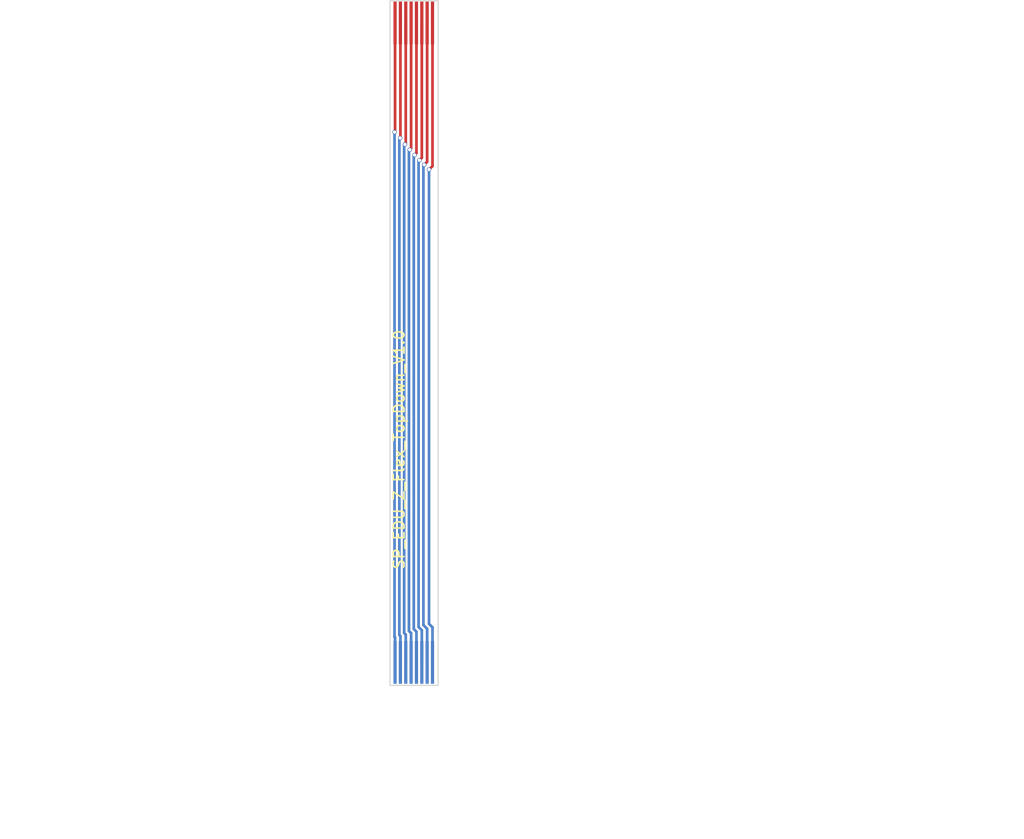
<source format=kicad_pcb>
(kicad_pcb (version 20240108) (generator "pcbnew") (generator_version "8.0")
  (layers (0 "F.Cu" signal) (31 "B.Cu" signal) (34 "B.Paste" user) (35 "F.Paste" user) (36 "B.SilkS" user "B.Silkscreen") (37 "F.SilkS" user "F.Silkscreen") (38 "B.Mask" user) (39 "F.Mask" user) (44 "Edge.Cuts" user))
  (net 0 "")
  (net 1 "8")
  (net 2 "7")
  (net 3 "6")
  (net 4 "5")
  (net 5 "4")
  (net 6 "3")
  (net 7 "2")
  (net 8 "1")
  (footprint "STS_connector:flexpcb con." (layer "F.Cu") (at 123.05 48.75)
    (property "Reference" "J1" (hide yes))
    (property "Value" "Conn_01x08_Male")
    (pad "1" smd rect (at 0.5 -2) (size 0.3 4) (layers "F.Cu" "F.Paste" "F.Mask") (net 1 "8"))
    (pad "2" smd rect (at 1 -2) (size 0.3 4) (layers "F.Cu" "F.Paste" "F.Mask") (net 2 "7"))
    (pad "3" smd rect (at 1.5 -2) (size 0.3 4) (layers "F.Cu" "F.Paste" "F.Mask") (net 3 "6"))
    (pad "4" smd rect (at 2 -2) (size 0.3 4) (layers "F.Cu" "F.Paste" "F.Mask") (net 4 "5"))
    (pad "5" smd rect (at 2.5 -2) (size 0.3 4) (layers "F.Cu" "F.Paste" "F.Mask") (net 5 "4"))
    (pad "6" smd rect (at 3 -2) (size 0.3 4) (layers "F.Cu" "F.Paste" "F.Mask") (net 6 "3"))
    (pad "7" smd rect (at 3.5 -2) (size 0.3 4) (layers "F.Cu" "F.Paste" "F.Mask") (net 7 "2"))
    (pad "8" smd rect (at 4 -2) (size 0.3 4) (layers "F.Cu" "F.Paste" "F.Mask") (net 8 "1"))
  )
  (footprint "STS_connector:flexpcb con." (layer "B.Cu") (at 127.55 108.525 180)
    (property "Reference" "J2" (hide yes))
    (property "Value" "Conn_01x08_Male")
    (pad "1" smd rect (at 0.5 2 180) (size 0.3 4) (layers "B.Cu" "B.Paste" "B.Mask") (net 8 "1"))
    (pad "2" smd rect (at 1 2 180) (size 0.3 4) (layers "B.Cu" "B.Paste" "B.Mask") (net 7 "2"))
    (pad "3" smd rect (at 1.5 2 180) (size 0.3 4) (layers "B.Cu" "B.Paste" "B.Mask") (net 6 "3"))
    (pad "4" smd rect (at 2 2 180) (size 0.3 4) (layers "B.Cu" "B.Paste" "B.Mask") (net 5 "4"))
    (pad "5" smd rect (at 2.5 2 180) (size 0.3 4) (layers "B.Cu" "B.Paste" "B.Mask") (net 4 "5"))
    (pad "6" smd rect (at 3 2 180) (size 0.3 4) (layers "B.Cu" "B.Paste" "B.Mask") (net 3 "6"))
    (pad "7" smd rect (at 3.5 2 180) (size 0.3 4) (layers "B.Cu" "B.Paste" "B.Mask") (net 2 "7"))
    (pad "8" smd rect (at 4 2 180) (size 0.3 4) (layers "B.Cu" "B.Paste" "B.Mask") (net 1 "8"))
  )
  (gr_line (start 123.079 108.6734) (end 127.579 108.6734) (stroke (width 0.1)) (layer "Edge.Cuts"))
  (gr_line (start 123.079 44.6734) (end 123.079 108.6734) (stroke (width 0.1)) (layer "Edge.Cuts"))
  (gr_line (start 123.079 44.6734) (end 127.579 44.6734) (stroke (width 0.1)) (layer "Edge.Cuts"))
  (gr_line (start 127.579 44.6734) (end 127.579 108.6734) (stroke (width 0.1)) (layer "Edge.Cuts"))
  (gr_text "SP_EDU_Z_Flex_TopDown_V1.0" (at 124.5108 97.917 90) (layer "F.SilkS") (effects (font (size 1 1)) (justify left bottom)))
  (segment (start 123.55 46.75) (end 123.55 56.9) (width 0.25) (layer "F.Cu") (net 1))
  (segment (start 123.55 56.9) (end 123.5 56.95) (width 0.25) (layer "F.Cu") (net 1))
  (via (at 123.5 56.95) (size 0.4) (drill 0.3) (layers "F.Cu" "B.Cu") (net 1))
  (segment (start 123.5 56.95) (end 123.5 104.15) (width 0.25) (layer "B.Cu") (net 1))
  (segment (start 123.5 104.15) (end 123.55 104.2) (width 0.25) (layer "B.Cu") (net 1))
  (segment (start 123.55 104.2) (end 123.55 106.525) (width 0.25) (layer "B.Cu") (net 1))
  (segment (start 124.05 46.75) (end 124.05 57.479329) (width 0.25) (layer "F.Cu") (net 2))
  (segment (start 124.05 57.479329) (end 124.025 57.504329) (width 0.25) (layer "F.Cu") (net 2))
  (via (at 124.025 57.504329) (size 0.4) (drill 0.3) (layers "F.Cu" "B.Cu") (net 2))
  (segment (start 124.025 57.504329) (end 123.995671 57.504329) (width 0.25) (layer "B.Cu") (net 2))
  (segment (start 124.05 104.063604) (end 124.05 106.525) (width 0.25) (layer "B.Cu") (net 2))
  (segment (start 123.95 57.55) (end 123.95 103.963604) (width 0.25) (layer "B.Cu") (net 2))
  (segment (start 123.995671 57.504329) (end 123.95 57.55) (width 0.25) (layer "B.Cu") (net 2))
  (segment (start 123.95 103.963604) (end 124.05 104.063604) (width 0.25) (layer "B.Cu") (net 2))
  (segment (start 124.55 58.027769) (end 124.475 58.102769) (width 0.25) (layer "F.Cu") (net 3))
  (segment (start 124.55 46.75) (end 124.55 58.027769) (width 0.25) (layer "F.Cu") (net 3))
  (via (at 124.475 58.102769) (size 0.4) (drill 0.3) (layers "F.Cu" "B.Cu") (net 3))
  (segment (start 124.475 58.102769) (end 124.4 58.177769) (width 0.25) (layer "B.Cu") (net 3))
  (segment (start 124.4 58.177769) (end 124.4 103.777208) (width 0.25) (layer "B.Cu") (net 3))
  (segment (start 124.4 103.777208) (end 124.55 103.927208) (width 0.25) (layer "B.Cu") (net 3))
  (segment (start 124.55 103.927208) (end 124.55 106.525) (width 0.25) (layer "B.Cu") (net 3))
  (segment (start 125.05 58.4675) (end 124.925 58.5925) (width 0.25) (layer "F.Cu") (net 4))
  (segment (start 125.05 46.75) (end 125.05 58.4675) (width 0.25) (layer "F.Cu") (net 4))
  (via (at 124.925 58.5925) (size 0.4) (drill 0.3) (layers "F.Cu" "B.Cu") (net 4))
  (segment (start 124.925 58.5925) (end 124.9075 58.5925) (width 0.25) (layer "B.Cu") (net 4))
  (segment (start 125.05 103.790812) (end 125.05 106.525) (width 0.25) (layer "B.Cu") (net 4))
  (segment (start 124.9075 58.5925) (end 124.85 58.65) (width 0.25) (layer "B.Cu") (net 4))
  (segment (start 124.85 58.65) (end 124.85 103.590812) (width 0.25) (layer "B.Cu") (net 4))
  (segment (start 124.85 103.590812) (end 125.05 103.790812) (width 0.25) (layer "B.Cu") (net 4))
  (segment (start 125.55 58.911131) (end 125.375 59.086131) (width 0.25) (layer "F.Cu") (net 5))
  (segment (start 125.55 46.75) (end 125.55 58.911131) (width 0.25) (layer "F.Cu") (net 5))
  (via (at 125.375 59.086131) (size 0.4) (drill 0.3) (layers "F.Cu" "B.Cu") (net 5))
  (segment (start 125.3 103.404416) (end 125.55 103.654416) (width 0.25) (layer "B.Cu") (net 5))
  (segment (start 125.375 59.086131) (end 125.3 59.161131) (width 0.25) (layer "B.Cu") (net 5))
  (segment (start 125.55 103.654416) (end 125.55 106.525) (width 0.25) (layer "B.Cu") (net 5))
  (segment (start 125.3 59.161131) (end 125.3 103.404416) (width 0.25) (layer "B.Cu") (net 5))
  (segment (start 126.05 59.356165) (end 125.825 59.581165) (width 0.25) (layer "F.Cu") (net 6))
  (segment (start 126.05 46.75) (end 126.05 59.356165) (width 0.25) (layer "F.Cu") (net 6))
  (via (at 125.825 59.581165) (size 0.4) (drill 0.3) (layers "F.Cu" "B.Cu") (net 6))
  (segment (start 126.05 103.51802) (end 126.05 106.525) (width 0.25) (layer "B.Cu") (net 6))
  (segment (start 125.825 59.581165) (end 125.75 59.656165) (width 0.25) (layer "B.Cu") (net 6))
  (segment (start 125.75 59.656165) (end 125.75 103.21802) (width 0.25) (layer "B.Cu") (net 6))
  (segment (start 125.75 103.21802) (end 126.05 103.51802) (width 0.25) (layer "B.Cu") (net 6))
  (segment (start 126.55 59.725594) (end 126.275 60.000594) (width 0.25) (layer "F.Cu") (net 7))
  (segment (start 126.55 46.75) (end 126.55 59.725594) (width 0.25) (layer "F.Cu") (net 7))
  (via (at 126.275 60.000594) (size 0.4) (drill 0.3) (layers "F.Cu" "B.Cu") (net 7))
  (segment (start 126.275 60.025) (end 126.2 60.1) (width 0.25) (layer "B.Cu") (net 7))
  (segment (start 126.275 60.000594) (end 126.275 60.025) (width 0.25) (layer "B.Cu") (net 7))
  (segment (start 126.2 103.031624) (end 126.55 103.381624) (width 0.25) (layer "B.Cu") (net 7))
  (segment (start 126.55 103.381624) (end 126.55 106.525) (width 0.25) (layer "B.Cu") (net 7))
  (segment (start 126.2 60.1) (end 126.2 103.031624) (width 0.25) (layer "B.Cu") (net 7))
  (segment (start 127.05 46.75) (end 127.05 60.125) (width 0.25) (layer "F.Cu") (net 8))
  (segment (start 127.05 60.125) (end 126.725 60.45) (width 0.25) (layer "F.Cu") (net 8))
  (via (at 126.725 60.45) (size 0.4) (drill 0.3) (layers "F.Cu" "B.Cu") (net 8))
  (segment (start 126.725 102.920228) (end 127.05 103.245228) (width 0.25) (layer "B.Cu") (net 8))
  (segment (start 126.725 60.45) (end 126.725 102.920228) (width 0.25) (layer "B.Cu") (net 8))
  (segment (start 127.05 103.245228) (end 127.05 106.525) (width 0.25) (layer "B.Cu") (net 8))
)
</source>
